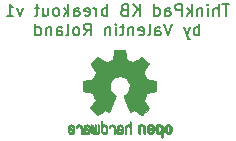
<source format=gbr>
%TF.GenerationSoftware,KiCad,Pcbnew,5.1.5*%
%TF.CreationDate,2020-05-13T22:00:42+02:00*%
%TF.ProjectId,thinkpad-keyboard,7468696e-6b70-4616-942d-6b6579626f61,rev?*%
%TF.SameCoordinates,Original*%
%TF.FileFunction,Legend,Bot*%
%TF.FilePolarity,Positive*%
%FSLAX46Y46*%
G04 Gerber Fmt 4.6, Leading zero omitted, Abs format (unit mm)*
G04 Created by KiCad (PCBNEW 5.1.5) date 2020-05-13 22:00:42*
%MOMM*%
%LPD*%
G04 APERTURE LIST*
%ADD10C,0.150000*%
%ADD11C,0.010000*%
G04 APERTURE END LIST*
D10*
X120276190Y-76227380D02*
X119704761Y-76227380D01*
X119990476Y-77227380D02*
X119990476Y-76227380D01*
X119371428Y-77227380D02*
X119371428Y-76227380D01*
X118942857Y-77227380D02*
X118942857Y-76703571D01*
X118990476Y-76608333D01*
X119085714Y-76560714D01*
X119228571Y-76560714D01*
X119323809Y-76608333D01*
X119371428Y-76655952D01*
X118466666Y-77227380D02*
X118466666Y-76560714D01*
X118466666Y-76227380D02*
X118514285Y-76275000D01*
X118466666Y-76322619D01*
X118419047Y-76275000D01*
X118466666Y-76227380D01*
X118466666Y-76322619D01*
X117990476Y-76560714D02*
X117990476Y-77227380D01*
X117990476Y-76655952D02*
X117942857Y-76608333D01*
X117847619Y-76560714D01*
X117704761Y-76560714D01*
X117609523Y-76608333D01*
X117561904Y-76703571D01*
X117561904Y-77227380D01*
X117085714Y-77227380D02*
X117085714Y-76227380D01*
X116990476Y-76846428D02*
X116704761Y-77227380D01*
X116704761Y-76560714D02*
X117085714Y-76941666D01*
X116276190Y-77227380D02*
X116276190Y-76227380D01*
X115895238Y-76227380D01*
X115800000Y-76275000D01*
X115752380Y-76322619D01*
X115704761Y-76417857D01*
X115704761Y-76560714D01*
X115752380Y-76655952D01*
X115800000Y-76703571D01*
X115895238Y-76751190D01*
X116276190Y-76751190D01*
X114847619Y-77227380D02*
X114847619Y-76703571D01*
X114895238Y-76608333D01*
X114990476Y-76560714D01*
X115180952Y-76560714D01*
X115276190Y-76608333D01*
X114847619Y-77179761D02*
X114942857Y-77227380D01*
X115180952Y-77227380D01*
X115276190Y-77179761D01*
X115323809Y-77084523D01*
X115323809Y-76989285D01*
X115276190Y-76894047D01*
X115180952Y-76846428D01*
X114942857Y-76846428D01*
X114847619Y-76798809D01*
X113942857Y-77227380D02*
X113942857Y-76227380D01*
X113942857Y-77179761D02*
X114038095Y-77227380D01*
X114228571Y-77227380D01*
X114323809Y-77179761D01*
X114371428Y-77132142D01*
X114419047Y-77036904D01*
X114419047Y-76751190D01*
X114371428Y-76655952D01*
X114323809Y-76608333D01*
X114228571Y-76560714D01*
X114038095Y-76560714D01*
X113942857Y-76608333D01*
X112704761Y-77227380D02*
X112704761Y-76227380D01*
X112133333Y-77227380D02*
X112561904Y-76655952D01*
X112133333Y-76227380D02*
X112704761Y-76798809D01*
X111371428Y-76703571D02*
X111228571Y-76751190D01*
X111180952Y-76798809D01*
X111133333Y-76894047D01*
X111133333Y-77036904D01*
X111180952Y-77132142D01*
X111228571Y-77179761D01*
X111323809Y-77227380D01*
X111704761Y-77227380D01*
X111704761Y-76227380D01*
X111371428Y-76227380D01*
X111276190Y-76275000D01*
X111228571Y-76322619D01*
X111180952Y-76417857D01*
X111180952Y-76513095D01*
X111228571Y-76608333D01*
X111276190Y-76655952D01*
X111371428Y-76703571D01*
X111704761Y-76703571D01*
X109942857Y-77227380D02*
X109942857Y-76227380D01*
X109942857Y-76608333D02*
X109847619Y-76560714D01*
X109657142Y-76560714D01*
X109561904Y-76608333D01*
X109514285Y-76655952D01*
X109466666Y-76751190D01*
X109466666Y-77036904D01*
X109514285Y-77132142D01*
X109561904Y-77179761D01*
X109657142Y-77227380D01*
X109847619Y-77227380D01*
X109942857Y-77179761D01*
X109038095Y-77227380D02*
X109038095Y-76560714D01*
X109038095Y-76751190D02*
X108990476Y-76655952D01*
X108942857Y-76608333D01*
X108847619Y-76560714D01*
X108752380Y-76560714D01*
X108038095Y-77179761D02*
X108133333Y-77227380D01*
X108323809Y-77227380D01*
X108419047Y-77179761D01*
X108466666Y-77084523D01*
X108466666Y-76703571D01*
X108419047Y-76608333D01*
X108323809Y-76560714D01*
X108133333Y-76560714D01*
X108038095Y-76608333D01*
X107990476Y-76703571D01*
X107990476Y-76798809D01*
X108466666Y-76894047D01*
X107133333Y-77227380D02*
X107133333Y-76703571D01*
X107180952Y-76608333D01*
X107276190Y-76560714D01*
X107466666Y-76560714D01*
X107561904Y-76608333D01*
X107133333Y-77179761D02*
X107228571Y-77227380D01*
X107466666Y-77227380D01*
X107561904Y-77179761D01*
X107609523Y-77084523D01*
X107609523Y-76989285D01*
X107561904Y-76894047D01*
X107466666Y-76846428D01*
X107228571Y-76846428D01*
X107133333Y-76798809D01*
X106657142Y-77227380D02*
X106657142Y-76227380D01*
X106561904Y-76846428D02*
X106276190Y-77227380D01*
X106276190Y-76560714D02*
X106657142Y-76941666D01*
X105704761Y-77227380D02*
X105800000Y-77179761D01*
X105847619Y-77132142D01*
X105895238Y-77036904D01*
X105895238Y-76751190D01*
X105847619Y-76655952D01*
X105800000Y-76608333D01*
X105704761Y-76560714D01*
X105561904Y-76560714D01*
X105466666Y-76608333D01*
X105419047Y-76655952D01*
X105371428Y-76751190D01*
X105371428Y-77036904D01*
X105419047Y-77132142D01*
X105466666Y-77179761D01*
X105561904Y-77227380D01*
X105704761Y-77227380D01*
X104514285Y-76560714D02*
X104514285Y-77227380D01*
X104942857Y-76560714D02*
X104942857Y-77084523D01*
X104895238Y-77179761D01*
X104800000Y-77227380D01*
X104657142Y-77227380D01*
X104561904Y-77179761D01*
X104514285Y-77132142D01*
X104180952Y-76560714D02*
X103800000Y-76560714D01*
X104038095Y-76227380D02*
X104038095Y-77084523D01*
X103990476Y-77179761D01*
X103895238Y-77227380D01*
X103800000Y-77227380D01*
X102800000Y-76560714D02*
X102561904Y-77227380D01*
X102323809Y-76560714D01*
X101419047Y-77227380D02*
X101990476Y-77227380D01*
X101704761Y-77227380D02*
X101704761Y-76227380D01*
X101800000Y-76370238D01*
X101895238Y-76465476D01*
X101990476Y-76513095D01*
X117728571Y-78877380D02*
X117728571Y-77877380D01*
X117728571Y-78258333D02*
X117633333Y-78210714D01*
X117442857Y-78210714D01*
X117347619Y-78258333D01*
X117300000Y-78305952D01*
X117252380Y-78401190D01*
X117252380Y-78686904D01*
X117300000Y-78782142D01*
X117347619Y-78829761D01*
X117442857Y-78877380D01*
X117633333Y-78877380D01*
X117728571Y-78829761D01*
X116919047Y-78210714D02*
X116680952Y-78877380D01*
X116442857Y-78210714D02*
X116680952Y-78877380D01*
X116776190Y-79115476D01*
X116823809Y-79163095D01*
X116919047Y-79210714D01*
X115442857Y-77877380D02*
X115109523Y-78877380D01*
X114776190Y-77877380D01*
X114014285Y-78877380D02*
X114014285Y-78353571D01*
X114061904Y-78258333D01*
X114157142Y-78210714D01*
X114347619Y-78210714D01*
X114442857Y-78258333D01*
X114014285Y-78829761D02*
X114109523Y-78877380D01*
X114347619Y-78877380D01*
X114442857Y-78829761D01*
X114490476Y-78734523D01*
X114490476Y-78639285D01*
X114442857Y-78544047D01*
X114347619Y-78496428D01*
X114109523Y-78496428D01*
X114014285Y-78448809D01*
X113395238Y-78877380D02*
X113490476Y-78829761D01*
X113538095Y-78734523D01*
X113538095Y-77877380D01*
X112633333Y-78829761D02*
X112728571Y-78877380D01*
X112919047Y-78877380D01*
X113014285Y-78829761D01*
X113061904Y-78734523D01*
X113061904Y-78353571D01*
X113014285Y-78258333D01*
X112919047Y-78210714D01*
X112728571Y-78210714D01*
X112633333Y-78258333D01*
X112585714Y-78353571D01*
X112585714Y-78448809D01*
X113061904Y-78544047D01*
X112157142Y-78210714D02*
X112157142Y-78877380D01*
X112157142Y-78305952D02*
X112109523Y-78258333D01*
X112014285Y-78210714D01*
X111871428Y-78210714D01*
X111776190Y-78258333D01*
X111728571Y-78353571D01*
X111728571Y-78877380D01*
X111395238Y-78210714D02*
X111014285Y-78210714D01*
X111252380Y-77877380D02*
X111252380Y-78734523D01*
X111204761Y-78829761D01*
X111109523Y-78877380D01*
X111014285Y-78877380D01*
X110680952Y-78877380D02*
X110680952Y-78210714D01*
X110680952Y-77877380D02*
X110728571Y-77925000D01*
X110680952Y-77972619D01*
X110633333Y-77925000D01*
X110680952Y-77877380D01*
X110680952Y-77972619D01*
X110204761Y-78210714D02*
X110204761Y-78877380D01*
X110204761Y-78305952D02*
X110157142Y-78258333D01*
X110061904Y-78210714D01*
X109919047Y-78210714D01*
X109823809Y-78258333D01*
X109776190Y-78353571D01*
X109776190Y-78877380D01*
X107966666Y-78877380D02*
X108300000Y-78401190D01*
X108538095Y-78877380D02*
X108538095Y-77877380D01*
X108157142Y-77877380D01*
X108061904Y-77925000D01*
X108014285Y-77972619D01*
X107966666Y-78067857D01*
X107966666Y-78210714D01*
X108014285Y-78305952D01*
X108061904Y-78353571D01*
X108157142Y-78401190D01*
X108538095Y-78401190D01*
X107395238Y-78877380D02*
X107490476Y-78829761D01*
X107538095Y-78782142D01*
X107585714Y-78686904D01*
X107585714Y-78401190D01*
X107538095Y-78305952D01*
X107490476Y-78258333D01*
X107395238Y-78210714D01*
X107252380Y-78210714D01*
X107157142Y-78258333D01*
X107109523Y-78305952D01*
X107061904Y-78401190D01*
X107061904Y-78686904D01*
X107109523Y-78782142D01*
X107157142Y-78829761D01*
X107252380Y-78877380D01*
X107395238Y-78877380D01*
X106490476Y-78877380D02*
X106585714Y-78829761D01*
X106633333Y-78734523D01*
X106633333Y-77877380D01*
X105680952Y-78877380D02*
X105680952Y-78353571D01*
X105728571Y-78258333D01*
X105823809Y-78210714D01*
X106014285Y-78210714D01*
X106109523Y-78258333D01*
X105680952Y-78829761D02*
X105776190Y-78877380D01*
X106014285Y-78877380D01*
X106109523Y-78829761D01*
X106157142Y-78734523D01*
X106157142Y-78639285D01*
X106109523Y-78544047D01*
X106014285Y-78496428D01*
X105776190Y-78496428D01*
X105680952Y-78448809D01*
X105204761Y-78210714D02*
X105204761Y-78877380D01*
X105204761Y-78305952D02*
X105157142Y-78258333D01*
X105061904Y-78210714D01*
X104919047Y-78210714D01*
X104823809Y-78258333D01*
X104776190Y-78353571D01*
X104776190Y-78877380D01*
X103871428Y-78877380D02*
X103871428Y-77877380D01*
X103871428Y-78829761D02*
X103966666Y-78877380D01*
X104157142Y-78877380D01*
X104252380Y-78829761D01*
X104300000Y-78782142D01*
X104347619Y-78686904D01*
X104347619Y-78401190D01*
X104300000Y-78305952D01*
X104252380Y-78258333D01*
X104157142Y-78210714D01*
X103966666Y-78210714D01*
X103871428Y-78258333D01*
D11*
G36*
X110860122Y-80087776D02*
G01*
X110754388Y-80088355D01*
X110677868Y-80089922D01*
X110625628Y-80092972D01*
X110592737Y-80097996D01*
X110574263Y-80105489D01*
X110565273Y-80115944D01*
X110560837Y-80129853D01*
X110560406Y-80131654D01*
X110553667Y-80164145D01*
X110541192Y-80228252D01*
X110524281Y-80317151D01*
X110504229Y-80424019D01*
X110482336Y-80542033D01*
X110481571Y-80546178D01*
X110459641Y-80661831D01*
X110439123Y-80764014D01*
X110421341Y-80846598D01*
X110407619Y-80903456D01*
X110399282Y-80928458D01*
X110398884Y-80928901D01*
X110374323Y-80941110D01*
X110323685Y-80961456D01*
X110257905Y-80985545D01*
X110257539Y-80985674D01*
X110174683Y-81016818D01*
X110077000Y-81056491D01*
X109984923Y-81096381D01*
X109980566Y-81098353D01*
X109830593Y-81166420D01*
X109498502Y-80939639D01*
X109396626Y-80870504D01*
X109304343Y-80808697D01*
X109226997Y-80757733D01*
X109169936Y-80721127D01*
X109138505Y-80702394D01*
X109135521Y-80701004D01*
X109112679Y-80707190D01*
X109070018Y-80737035D01*
X109005872Y-80791947D01*
X108918579Y-80873334D01*
X108829465Y-80959922D01*
X108743559Y-81045247D01*
X108666673Y-81123108D01*
X108603436Y-81188697D01*
X108558477Y-81237205D01*
X108536424Y-81263825D01*
X108535604Y-81265195D01*
X108533166Y-81283463D01*
X108542350Y-81313295D01*
X108565426Y-81358721D01*
X108604663Y-81423770D01*
X108662330Y-81512470D01*
X108739205Y-81626657D01*
X108807430Y-81727162D01*
X108868418Y-81817303D01*
X108918644Y-81891849D01*
X108954584Y-81945565D01*
X108972713Y-81973218D01*
X108973854Y-81975095D01*
X108971641Y-82001590D01*
X108954862Y-82053086D01*
X108926858Y-82119851D01*
X108916878Y-82141172D01*
X108873328Y-82236159D01*
X108826866Y-82343937D01*
X108789123Y-82437192D01*
X108761927Y-82506406D01*
X108740325Y-82559006D01*
X108727842Y-82586497D01*
X108726291Y-82588616D01*
X108703332Y-82592124D01*
X108649214Y-82601738D01*
X108571132Y-82616089D01*
X108476281Y-82633807D01*
X108371857Y-82653525D01*
X108265056Y-82673874D01*
X108163074Y-82693486D01*
X108073106Y-82710991D01*
X108002347Y-82725022D01*
X107957994Y-82734209D01*
X107947115Y-82736807D01*
X107935878Y-82743218D01*
X107927395Y-82757697D01*
X107921286Y-82785133D01*
X107917168Y-82830411D01*
X107914659Y-82898420D01*
X107913379Y-82994047D01*
X107912946Y-83122180D01*
X107912923Y-83174701D01*
X107912923Y-83601845D01*
X108015500Y-83622091D01*
X108072569Y-83633070D01*
X108157731Y-83649095D01*
X108260628Y-83668233D01*
X108370904Y-83688551D01*
X108401385Y-83694132D01*
X108503145Y-83713917D01*
X108591795Y-83733373D01*
X108659892Y-83750697D01*
X108699996Y-83764088D01*
X108706677Y-83768079D01*
X108723081Y-83796342D01*
X108746601Y-83851109D01*
X108772684Y-83921588D01*
X108777858Y-83936769D01*
X108812044Y-84030896D01*
X108854477Y-84137101D01*
X108896003Y-84232473D01*
X108896208Y-84232916D01*
X108965360Y-84382525D01*
X108510488Y-85051617D01*
X108802500Y-85344116D01*
X108890820Y-85431170D01*
X108971375Y-85507909D01*
X109039640Y-85570237D01*
X109091092Y-85614056D01*
X109121206Y-85635270D01*
X109125526Y-85636616D01*
X109150889Y-85626016D01*
X109202642Y-85596547D01*
X109275132Y-85551705D01*
X109362706Y-85494984D01*
X109457388Y-85431462D01*
X109553484Y-85366668D01*
X109639163Y-85310287D01*
X109708984Y-85265788D01*
X109757506Y-85236639D01*
X109779218Y-85226308D01*
X109805707Y-85235050D01*
X109855938Y-85258087D01*
X109919549Y-85290631D01*
X109926292Y-85294249D01*
X110011954Y-85337210D01*
X110070694Y-85358279D01*
X110107228Y-85358503D01*
X110126269Y-85338928D01*
X110126380Y-85338654D01*
X110135898Y-85315472D01*
X110158597Y-85260441D01*
X110192718Y-85177822D01*
X110236500Y-85071872D01*
X110288184Y-84946852D01*
X110346008Y-84807020D01*
X110402009Y-84671637D01*
X110463553Y-84522234D01*
X110520061Y-84383832D01*
X110569839Y-84260673D01*
X110611194Y-84157002D01*
X110642432Y-84077059D01*
X110661859Y-84025088D01*
X110667846Y-84005692D01*
X110652832Y-83983443D01*
X110613561Y-83947982D01*
X110561193Y-83908887D01*
X110412059Y-83785245D01*
X110295489Y-83643522D01*
X110212882Y-83486704D01*
X110165634Y-83317775D01*
X110155143Y-83139722D01*
X110162769Y-83057539D01*
X110204318Y-82887031D01*
X110275877Y-82736459D01*
X110373005Y-82607309D01*
X110491266Y-82501064D01*
X110626220Y-82419210D01*
X110773429Y-82363232D01*
X110928456Y-82334615D01*
X111086861Y-82334844D01*
X111244206Y-82365405D01*
X111396054Y-82427782D01*
X111537965Y-82523460D01*
X111597197Y-82577572D01*
X111710797Y-82716520D01*
X111789894Y-82868361D01*
X111835014Y-83028667D01*
X111846684Y-83193012D01*
X111825431Y-83356971D01*
X111771780Y-83516118D01*
X111686260Y-83666025D01*
X111569395Y-83802267D01*
X111438807Y-83908887D01*
X111384412Y-83949642D01*
X111345986Y-83984718D01*
X111332154Y-84005726D01*
X111339397Y-84028635D01*
X111359995Y-84083365D01*
X111392254Y-84165672D01*
X111434479Y-84271315D01*
X111484977Y-84396050D01*
X111542052Y-84535636D01*
X111598146Y-84671670D01*
X111660033Y-84821201D01*
X111717356Y-84959767D01*
X111768356Y-85083107D01*
X111811273Y-85186964D01*
X111844347Y-85267080D01*
X111865819Y-85319195D01*
X111873775Y-85338654D01*
X111892571Y-85358423D01*
X111928926Y-85358365D01*
X111987521Y-85337441D01*
X112073032Y-85294613D01*
X112073708Y-85294249D01*
X112138093Y-85261012D01*
X112190139Y-85236802D01*
X112219488Y-85226404D01*
X112220783Y-85226308D01*
X112242876Y-85236855D01*
X112291652Y-85266184D01*
X112361669Y-85310827D01*
X112447486Y-85367314D01*
X112542612Y-85431462D01*
X112639460Y-85496411D01*
X112726747Y-85552896D01*
X112798819Y-85597421D01*
X112850023Y-85626490D01*
X112874474Y-85636616D01*
X112896990Y-85623307D01*
X112942258Y-85586112D01*
X113005756Y-85529128D01*
X113082961Y-85456449D01*
X113169349Y-85372171D01*
X113197601Y-85344016D01*
X113489713Y-85051416D01*
X113267369Y-84725104D01*
X113199798Y-84624897D01*
X113140493Y-84534963D01*
X113092783Y-84460510D01*
X113059993Y-84406751D01*
X113045452Y-84378894D01*
X113045026Y-84376912D01*
X113052692Y-84350655D01*
X113073311Y-84297837D01*
X113103315Y-84227310D01*
X113124375Y-84180093D01*
X113163752Y-84089694D01*
X113200835Y-83998366D01*
X113229585Y-83921200D01*
X113237395Y-83897692D01*
X113259583Y-83834916D01*
X113281273Y-83786411D01*
X113293187Y-83768079D01*
X113319477Y-83756859D01*
X113376858Y-83740954D01*
X113457882Y-83722167D01*
X113555105Y-83702299D01*
X113598615Y-83694132D01*
X113709104Y-83673829D01*
X113815084Y-83654170D01*
X113906199Y-83637088D01*
X113972092Y-83624518D01*
X113984500Y-83622091D01*
X114087077Y-83601845D01*
X114087077Y-83174701D01*
X114086847Y-83034246D01*
X114085901Y-82927979D01*
X114083859Y-82851013D01*
X114080338Y-82798460D01*
X114074957Y-82765433D01*
X114067334Y-82747045D01*
X114057088Y-82738408D01*
X114052885Y-82736807D01*
X114027530Y-82731127D01*
X113971516Y-82719795D01*
X113892036Y-82704179D01*
X113796288Y-82685647D01*
X113691467Y-82665569D01*
X113584768Y-82645312D01*
X113483387Y-82626246D01*
X113394521Y-82609739D01*
X113325363Y-82597159D01*
X113283111Y-82589875D01*
X113273710Y-82588616D01*
X113265193Y-82571763D01*
X113246340Y-82526870D01*
X113220676Y-82462430D01*
X113210877Y-82437192D01*
X113171352Y-82339686D01*
X113124808Y-82231959D01*
X113083123Y-82141172D01*
X113052450Y-82071753D01*
X113032044Y-82014710D01*
X113025232Y-81979777D01*
X113026318Y-81975095D01*
X113040715Y-81952991D01*
X113073588Y-81903831D01*
X113121410Y-81832848D01*
X113180652Y-81745278D01*
X113247785Y-81646357D01*
X113261059Y-81626830D01*
X113338954Y-81511140D01*
X113396213Y-81423044D01*
X113435119Y-81358486D01*
X113457956Y-81313411D01*
X113467006Y-81283763D01*
X113464552Y-81265485D01*
X113464489Y-81265369D01*
X113445173Y-81241361D01*
X113402449Y-81194947D01*
X113340949Y-81130937D01*
X113265302Y-81054145D01*
X113180139Y-80969382D01*
X113170535Y-80959922D01*
X113063210Y-80855989D01*
X112980385Y-80779675D01*
X112920395Y-80729571D01*
X112881577Y-80704270D01*
X112864480Y-80701004D01*
X112839527Y-80715250D01*
X112787745Y-80748156D01*
X112714480Y-80796208D01*
X112625080Y-80855890D01*
X112524889Y-80923688D01*
X112501499Y-80939639D01*
X112169407Y-81166420D01*
X112019435Y-81098353D01*
X111928230Y-81058685D01*
X111830331Y-81018791D01*
X111746169Y-80986983D01*
X111742462Y-80985674D01*
X111676631Y-80961576D01*
X111625884Y-80941200D01*
X111601158Y-80928936D01*
X111601116Y-80928901D01*
X111593271Y-80906734D01*
X111579934Y-80852217D01*
X111562430Y-80771480D01*
X111542083Y-80670650D01*
X111520218Y-80555856D01*
X111518429Y-80546178D01*
X111496496Y-80427904D01*
X111476360Y-80320542D01*
X111459320Y-80230917D01*
X111446672Y-80165851D01*
X111439716Y-80132168D01*
X111439594Y-80131654D01*
X111435361Y-80117325D01*
X111427129Y-80106507D01*
X111409967Y-80098706D01*
X111378942Y-80093429D01*
X111329122Y-80090182D01*
X111255576Y-80088472D01*
X111153371Y-80087807D01*
X111017575Y-80087693D01*
X111000000Y-80087692D01*
X110860122Y-80087776D01*
G37*
X110860122Y-80087776D02*
X110754388Y-80088355D01*
X110677868Y-80089922D01*
X110625628Y-80092972D01*
X110592737Y-80097996D01*
X110574263Y-80105489D01*
X110565273Y-80115944D01*
X110560837Y-80129853D01*
X110560406Y-80131654D01*
X110553667Y-80164145D01*
X110541192Y-80228252D01*
X110524281Y-80317151D01*
X110504229Y-80424019D01*
X110482336Y-80542033D01*
X110481571Y-80546178D01*
X110459641Y-80661831D01*
X110439123Y-80764014D01*
X110421341Y-80846598D01*
X110407619Y-80903456D01*
X110399282Y-80928458D01*
X110398884Y-80928901D01*
X110374323Y-80941110D01*
X110323685Y-80961456D01*
X110257905Y-80985545D01*
X110257539Y-80985674D01*
X110174683Y-81016818D01*
X110077000Y-81056491D01*
X109984923Y-81096381D01*
X109980566Y-81098353D01*
X109830593Y-81166420D01*
X109498502Y-80939639D01*
X109396626Y-80870504D01*
X109304343Y-80808697D01*
X109226997Y-80757733D01*
X109169936Y-80721127D01*
X109138505Y-80702394D01*
X109135521Y-80701004D01*
X109112679Y-80707190D01*
X109070018Y-80737035D01*
X109005872Y-80791947D01*
X108918579Y-80873334D01*
X108829465Y-80959922D01*
X108743559Y-81045247D01*
X108666673Y-81123108D01*
X108603436Y-81188697D01*
X108558477Y-81237205D01*
X108536424Y-81263825D01*
X108535604Y-81265195D01*
X108533166Y-81283463D01*
X108542350Y-81313295D01*
X108565426Y-81358721D01*
X108604663Y-81423770D01*
X108662330Y-81512470D01*
X108739205Y-81626657D01*
X108807430Y-81727162D01*
X108868418Y-81817303D01*
X108918644Y-81891849D01*
X108954584Y-81945565D01*
X108972713Y-81973218D01*
X108973854Y-81975095D01*
X108971641Y-82001590D01*
X108954862Y-82053086D01*
X108926858Y-82119851D01*
X108916878Y-82141172D01*
X108873328Y-82236159D01*
X108826866Y-82343937D01*
X108789123Y-82437192D01*
X108761927Y-82506406D01*
X108740325Y-82559006D01*
X108727842Y-82586497D01*
X108726291Y-82588616D01*
X108703332Y-82592124D01*
X108649214Y-82601738D01*
X108571132Y-82616089D01*
X108476281Y-82633807D01*
X108371857Y-82653525D01*
X108265056Y-82673874D01*
X108163074Y-82693486D01*
X108073106Y-82710991D01*
X108002347Y-82725022D01*
X107957994Y-82734209D01*
X107947115Y-82736807D01*
X107935878Y-82743218D01*
X107927395Y-82757697D01*
X107921286Y-82785133D01*
X107917168Y-82830411D01*
X107914659Y-82898420D01*
X107913379Y-82994047D01*
X107912946Y-83122180D01*
X107912923Y-83174701D01*
X107912923Y-83601845D01*
X108015500Y-83622091D01*
X108072569Y-83633070D01*
X108157731Y-83649095D01*
X108260628Y-83668233D01*
X108370904Y-83688551D01*
X108401385Y-83694132D01*
X108503145Y-83713917D01*
X108591795Y-83733373D01*
X108659892Y-83750697D01*
X108699996Y-83764088D01*
X108706677Y-83768079D01*
X108723081Y-83796342D01*
X108746601Y-83851109D01*
X108772684Y-83921588D01*
X108777858Y-83936769D01*
X108812044Y-84030896D01*
X108854477Y-84137101D01*
X108896003Y-84232473D01*
X108896208Y-84232916D01*
X108965360Y-84382525D01*
X108510488Y-85051617D01*
X108802500Y-85344116D01*
X108890820Y-85431170D01*
X108971375Y-85507909D01*
X109039640Y-85570237D01*
X109091092Y-85614056D01*
X109121206Y-85635270D01*
X109125526Y-85636616D01*
X109150889Y-85626016D01*
X109202642Y-85596547D01*
X109275132Y-85551705D01*
X109362706Y-85494984D01*
X109457388Y-85431462D01*
X109553484Y-85366668D01*
X109639163Y-85310287D01*
X109708984Y-85265788D01*
X109757506Y-85236639D01*
X109779218Y-85226308D01*
X109805707Y-85235050D01*
X109855938Y-85258087D01*
X109919549Y-85290631D01*
X109926292Y-85294249D01*
X110011954Y-85337210D01*
X110070694Y-85358279D01*
X110107228Y-85358503D01*
X110126269Y-85338928D01*
X110126380Y-85338654D01*
X110135898Y-85315472D01*
X110158597Y-85260441D01*
X110192718Y-85177822D01*
X110236500Y-85071872D01*
X110288184Y-84946852D01*
X110346008Y-84807020D01*
X110402009Y-84671637D01*
X110463553Y-84522234D01*
X110520061Y-84383832D01*
X110569839Y-84260673D01*
X110611194Y-84157002D01*
X110642432Y-84077059D01*
X110661859Y-84025088D01*
X110667846Y-84005692D01*
X110652832Y-83983443D01*
X110613561Y-83947982D01*
X110561193Y-83908887D01*
X110412059Y-83785245D01*
X110295489Y-83643522D01*
X110212882Y-83486704D01*
X110165634Y-83317775D01*
X110155143Y-83139722D01*
X110162769Y-83057539D01*
X110204318Y-82887031D01*
X110275877Y-82736459D01*
X110373005Y-82607309D01*
X110491266Y-82501064D01*
X110626220Y-82419210D01*
X110773429Y-82363232D01*
X110928456Y-82334615D01*
X111086861Y-82334844D01*
X111244206Y-82365405D01*
X111396054Y-82427782D01*
X111537965Y-82523460D01*
X111597197Y-82577572D01*
X111710797Y-82716520D01*
X111789894Y-82868361D01*
X111835014Y-83028667D01*
X111846684Y-83193012D01*
X111825431Y-83356971D01*
X111771780Y-83516118D01*
X111686260Y-83666025D01*
X111569395Y-83802267D01*
X111438807Y-83908887D01*
X111384412Y-83949642D01*
X111345986Y-83984718D01*
X111332154Y-84005726D01*
X111339397Y-84028635D01*
X111359995Y-84083365D01*
X111392254Y-84165672D01*
X111434479Y-84271315D01*
X111484977Y-84396050D01*
X111542052Y-84535636D01*
X111598146Y-84671670D01*
X111660033Y-84821201D01*
X111717356Y-84959767D01*
X111768356Y-85083107D01*
X111811273Y-85186964D01*
X111844347Y-85267080D01*
X111865819Y-85319195D01*
X111873775Y-85338654D01*
X111892571Y-85358423D01*
X111928926Y-85358365D01*
X111987521Y-85337441D01*
X112073032Y-85294613D01*
X112073708Y-85294249D01*
X112138093Y-85261012D01*
X112190139Y-85236802D01*
X112219488Y-85226404D01*
X112220783Y-85226308D01*
X112242876Y-85236855D01*
X112291652Y-85266184D01*
X112361669Y-85310827D01*
X112447486Y-85367314D01*
X112542612Y-85431462D01*
X112639460Y-85496411D01*
X112726747Y-85552896D01*
X112798819Y-85597421D01*
X112850023Y-85626490D01*
X112874474Y-85636616D01*
X112896990Y-85623307D01*
X112942258Y-85586112D01*
X113005756Y-85529128D01*
X113082961Y-85456449D01*
X113169349Y-85372171D01*
X113197601Y-85344016D01*
X113489713Y-85051416D01*
X113267369Y-84725104D01*
X113199798Y-84624897D01*
X113140493Y-84534963D01*
X113092783Y-84460510D01*
X113059993Y-84406751D01*
X113045452Y-84378894D01*
X113045026Y-84376912D01*
X113052692Y-84350655D01*
X113073311Y-84297837D01*
X113103315Y-84227310D01*
X113124375Y-84180093D01*
X113163752Y-84089694D01*
X113200835Y-83998366D01*
X113229585Y-83921200D01*
X113237395Y-83897692D01*
X113259583Y-83834916D01*
X113281273Y-83786411D01*
X113293187Y-83768079D01*
X113319477Y-83756859D01*
X113376858Y-83740954D01*
X113457882Y-83722167D01*
X113555105Y-83702299D01*
X113598615Y-83694132D01*
X113709104Y-83673829D01*
X113815084Y-83654170D01*
X113906199Y-83637088D01*
X113972092Y-83624518D01*
X113984500Y-83622091D01*
X114087077Y-83601845D01*
X114087077Y-83174701D01*
X114086847Y-83034246D01*
X114085901Y-82927979D01*
X114083859Y-82851013D01*
X114080338Y-82798460D01*
X114074957Y-82765433D01*
X114067334Y-82747045D01*
X114057088Y-82738408D01*
X114052885Y-82736807D01*
X114027530Y-82731127D01*
X113971516Y-82719795D01*
X113892036Y-82704179D01*
X113796288Y-82685647D01*
X113691467Y-82665569D01*
X113584768Y-82645312D01*
X113483387Y-82626246D01*
X113394521Y-82609739D01*
X113325363Y-82597159D01*
X113283111Y-82589875D01*
X113273710Y-82588616D01*
X113265193Y-82571763D01*
X113246340Y-82526870D01*
X113220676Y-82462430D01*
X113210877Y-82437192D01*
X113171352Y-82339686D01*
X113124808Y-82231959D01*
X113083123Y-82141172D01*
X113052450Y-82071753D01*
X113032044Y-82014710D01*
X113025232Y-81979777D01*
X113026318Y-81975095D01*
X113040715Y-81952991D01*
X113073588Y-81903831D01*
X113121410Y-81832848D01*
X113180652Y-81745278D01*
X113247785Y-81646357D01*
X113261059Y-81626830D01*
X113338954Y-81511140D01*
X113396213Y-81423044D01*
X113435119Y-81358486D01*
X113457956Y-81313411D01*
X113467006Y-81283763D01*
X113464552Y-81265485D01*
X113464489Y-81265369D01*
X113445173Y-81241361D01*
X113402449Y-81194947D01*
X113340949Y-81130937D01*
X113265302Y-81054145D01*
X113180139Y-80969382D01*
X113170535Y-80959922D01*
X113063210Y-80855989D01*
X112980385Y-80779675D01*
X112920395Y-80729571D01*
X112881577Y-80704270D01*
X112864480Y-80701004D01*
X112839527Y-80715250D01*
X112787745Y-80748156D01*
X112714480Y-80796208D01*
X112625080Y-80855890D01*
X112524889Y-80923688D01*
X112501499Y-80939639D01*
X112169407Y-81166420D01*
X112019435Y-81098353D01*
X111928230Y-81058685D01*
X111830331Y-81018791D01*
X111746169Y-80986983D01*
X111742462Y-80985674D01*
X111676631Y-80961576D01*
X111625884Y-80941200D01*
X111601158Y-80928936D01*
X111601116Y-80928901D01*
X111593271Y-80906734D01*
X111579934Y-80852217D01*
X111562430Y-80771480D01*
X111542083Y-80670650D01*
X111520218Y-80555856D01*
X111518429Y-80546178D01*
X111496496Y-80427904D01*
X111476360Y-80320542D01*
X111459320Y-80230917D01*
X111446672Y-80165851D01*
X111439716Y-80132168D01*
X111439594Y-80131654D01*
X111435361Y-80117325D01*
X111427129Y-80106507D01*
X111409967Y-80098706D01*
X111378942Y-80093429D01*
X111329122Y-80090182D01*
X111255576Y-80088472D01*
X111153371Y-80087807D01*
X111017575Y-80087693D01*
X111000000Y-80087692D01*
X110860122Y-80087776D01*
G36*
X106754776Y-86447838D02*
G01*
X106677472Y-86498361D01*
X106640186Y-86543590D01*
X106610647Y-86625663D01*
X106608301Y-86690607D01*
X106613615Y-86777445D01*
X106813885Y-86865103D01*
X106911261Y-86909887D01*
X106974887Y-86945913D01*
X107007971Y-86977117D01*
X107013720Y-87007436D01*
X106995342Y-87040805D01*
X106975077Y-87062923D01*
X106916111Y-87098393D01*
X106851976Y-87100879D01*
X106793074Y-87073235D01*
X106749803Y-87018320D01*
X106742064Y-86998928D01*
X106704994Y-86938364D01*
X106662346Y-86912552D01*
X106603846Y-86890471D01*
X106603846Y-86974184D01*
X106609018Y-87031150D01*
X106629277Y-87079189D01*
X106671738Y-87134346D01*
X106678049Y-87141514D01*
X106725280Y-87190585D01*
X106765879Y-87216920D01*
X106816672Y-87229035D01*
X106858780Y-87233003D01*
X106934098Y-87233991D01*
X106987714Y-87221466D01*
X107021162Y-87202869D01*
X107073732Y-87161975D01*
X107110121Y-87117748D01*
X107133150Y-87062126D01*
X107145641Y-86987047D01*
X107150413Y-86884449D01*
X107150794Y-86832376D01*
X107149499Y-86769948D01*
X107031529Y-86769948D01*
X107030161Y-86803438D01*
X107026751Y-86808923D01*
X107004247Y-86801472D01*
X106955818Y-86781753D01*
X106891092Y-86753718D01*
X106877557Y-86747692D01*
X106795756Y-86706096D01*
X106750688Y-86669538D01*
X106740783Y-86635296D01*
X106764474Y-86600648D01*
X106784040Y-86585339D01*
X106854640Y-86554721D01*
X106920720Y-86559780D01*
X106976041Y-86597151D01*
X107014364Y-86663473D01*
X107026651Y-86716116D01*
X107031529Y-86769948D01*
X107149499Y-86769948D01*
X107148270Y-86710720D01*
X107138968Y-86620710D01*
X107120540Y-86555167D01*
X107090640Y-86506912D01*
X107046920Y-86468767D01*
X107027859Y-86456440D01*
X106941274Y-86424336D01*
X106846478Y-86422316D01*
X106754776Y-86447838D01*
G37*
X106754776Y-86447838D02*
X106677472Y-86498361D01*
X106640186Y-86543590D01*
X106610647Y-86625663D01*
X106608301Y-86690607D01*
X106613615Y-86777445D01*
X106813885Y-86865103D01*
X106911261Y-86909887D01*
X106974887Y-86945913D01*
X107007971Y-86977117D01*
X107013720Y-87007436D01*
X106995342Y-87040805D01*
X106975077Y-87062923D01*
X106916111Y-87098393D01*
X106851976Y-87100879D01*
X106793074Y-87073235D01*
X106749803Y-87018320D01*
X106742064Y-86998928D01*
X106704994Y-86938364D01*
X106662346Y-86912552D01*
X106603846Y-86890471D01*
X106603846Y-86974184D01*
X106609018Y-87031150D01*
X106629277Y-87079189D01*
X106671738Y-87134346D01*
X106678049Y-87141514D01*
X106725280Y-87190585D01*
X106765879Y-87216920D01*
X106816672Y-87229035D01*
X106858780Y-87233003D01*
X106934098Y-87233991D01*
X106987714Y-87221466D01*
X107021162Y-87202869D01*
X107073732Y-87161975D01*
X107110121Y-87117748D01*
X107133150Y-87062126D01*
X107145641Y-86987047D01*
X107150413Y-86884449D01*
X107150794Y-86832376D01*
X107149499Y-86769948D01*
X107031529Y-86769948D01*
X107030161Y-86803438D01*
X107026751Y-86808923D01*
X107004247Y-86801472D01*
X106955818Y-86781753D01*
X106891092Y-86753718D01*
X106877557Y-86747692D01*
X106795756Y-86706096D01*
X106750688Y-86669538D01*
X106740783Y-86635296D01*
X106764474Y-86600648D01*
X106784040Y-86585339D01*
X106854640Y-86554721D01*
X106920720Y-86559780D01*
X106976041Y-86597151D01*
X107014364Y-86663473D01*
X107026651Y-86716116D01*
X107031529Y-86769948D01*
X107149499Y-86769948D01*
X107148270Y-86710720D01*
X107138968Y-86620710D01*
X107120540Y-86555167D01*
X107090640Y-86506912D01*
X107046920Y-86468767D01*
X107027859Y-86456440D01*
X106941274Y-86424336D01*
X106846478Y-86422316D01*
X106754776Y-86447838D01*
G36*
X107429193Y-86436782D02*
G01*
X107405839Y-86446988D01*
X107350098Y-86491134D01*
X107302431Y-86554967D01*
X107272952Y-86623087D01*
X107268154Y-86656670D01*
X107284240Y-86703556D01*
X107319525Y-86728365D01*
X107357356Y-86743387D01*
X107374679Y-86746155D01*
X107383114Y-86726066D01*
X107399770Y-86682351D01*
X107407077Y-86662598D01*
X107448052Y-86594271D01*
X107507378Y-86560191D01*
X107583448Y-86561239D01*
X107589082Y-86562581D01*
X107629695Y-86581836D01*
X107659552Y-86619375D01*
X107679945Y-86679809D01*
X107692164Y-86767751D01*
X107697500Y-86887813D01*
X107698000Y-86951698D01*
X107698248Y-87052403D01*
X107699874Y-87121054D01*
X107704199Y-87164673D01*
X107712546Y-87190282D01*
X107726235Y-87204903D01*
X107746589Y-87215558D01*
X107747766Y-87216095D01*
X107786962Y-87232667D01*
X107806381Y-87238769D01*
X107809365Y-87220319D01*
X107811919Y-87169323D01*
X107813860Y-87092308D01*
X107815003Y-86995805D01*
X107815231Y-86925184D01*
X107814068Y-86788525D01*
X107809521Y-86684851D01*
X107800001Y-86608108D01*
X107783919Y-86552246D01*
X107759687Y-86511212D01*
X107725714Y-86478954D01*
X107692167Y-86456440D01*
X107611501Y-86426476D01*
X107517619Y-86419718D01*
X107429193Y-86436782D01*
G37*
X107429193Y-86436782D02*
X107405839Y-86446988D01*
X107350098Y-86491134D01*
X107302431Y-86554967D01*
X107272952Y-86623087D01*
X107268154Y-86656670D01*
X107284240Y-86703556D01*
X107319525Y-86728365D01*
X107357356Y-86743387D01*
X107374679Y-86746155D01*
X107383114Y-86726066D01*
X107399770Y-86682351D01*
X107407077Y-86662598D01*
X107448052Y-86594271D01*
X107507378Y-86560191D01*
X107583448Y-86561239D01*
X107589082Y-86562581D01*
X107629695Y-86581836D01*
X107659552Y-86619375D01*
X107679945Y-86679809D01*
X107692164Y-86767751D01*
X107697500Y-86887813D01*
X107698000Y-86951698D01*
X107698248Y-87052403D01*
X107699874Y-87121054D01*
X107704199Y-87164673D01*
X107712546Y-87190282D01*
X107726235Y-87204903D01*
X107746589Y-87215558D01*
X107747766Y-87216095D01*
X107786962Y-87232667D01*
X107806381Y-87238769D01*
X107809365Y-87220319D01*
X107811919Y-87169323D01*
X107813860Y-87092308D01*
X107815003Y-86995805D01*
X107815231Y-86925184D01*
X107814068Y-86788525D01*
X107809521Y-86684851D01*
X107800001Y-86608108D01*
X107783919Y-86552246D01*
X107759687Y-86511212D01*
X107725714Y-86478954D01*
X107692167Y-86456440D01*
X107611501Y-86426476D01*
X107517619Y-86419718D01*
X107429193Y-86436782D01*
G36*
X108112667Y-86433528D02*
G01*
X108056410Y-86459117D01*
X108012253Y-86490124D01*
X107979899Y-86524795D01*
X107957562Y-86569520D01*
X107943454Y-86630692D01*
X107935789Y-86714701D01*
X107932780Y-86827940D01*
X107932462Y-86902509D01*
X107932462Y-87193420D01*
X107982227Y-87216095D01*
X108021424Y-87232667D01*
X108040843Y-87238769D01*
X108044558Y-87220610D01*
X108047505Y-87171648D01*
X108049309Y-87100153D01*
X108049692Y-87043385D01*
X108051339Y-86961371D01*
X108055778Y-86896309D01*
X108062260Y-86856467D01*
X108067410Y-86848000D01*
X108102023Y-86856646D01*
X108156360Y-86878823D01*
X108219278Y-86908886D01*
X108279632Y-86941192D01*
X108326279Y-86970098D01*
X108348074Y-86989961D01*
X108348161Y-86990175D01*
X108346286Y-87026935D01*
X108329475Y-87062026D01*
X108299961Y-87090528D01*
X108256884Y-87100061D01*
X108220068Y-87098950D01*
X108167926Y-87098133D01*
X108140556Y-87110349D01*
X108124118Y-87142624D01*
X108122045Y-87148710D01*
X108114919Y-87194739D01*
X108133976Y-87222687D01*
X108183647Y-87236007D01*
X108237303Y-87238470D01*
X108333858Y-87220210D01*
X108383841Y-87194131D01*
X108445571Y-87132868D01*
X108478310Y-87057670D01*
X108481247Y-86978211D01*
X108453576Y-86904167D01*
X108411953Y-86857769D01*
X108370396Y-86831793D01*
X108305078Y-86798907D01*
X108228962Y-86765557D01*
X108216274Y-86760461D01*
X108132667Y-86723565D01*
X108084470Y-86691046D01*
X108068970Y-86658718D01*
X108083450Y-86622394D01*
X108108308Y-86594000D01*
X108167061Y-86559039D01*
X108231707Y-86556417D01*
X108290992Y-86583358D01*
X108333661Y-86637088D01*
X108339261Y-86650950D01*
X108371867Y-86701936D01*
X108419470Y-86739787D01*
X108479539Y-86770850D01*
X108479539Y-86682768D01*
X108476003Y-86628951D01*
X108460844Y-86586534D01*
X108427232Y-86541279D01*
X108394965Y-86506420D01*
X108344791Y-86457062D01*
X108305807Y-86430547D01*
X108263936Y-86419911D01*
X108216540Y-86418154D01*
X108112667Y-86433528D01*
G37*
X108112667Y-86433528D02*
X108056410Y-86459117D01*
X108012253Y-86490124D01*
X107979899Y-86524795D01*
X107957562Y-86569520D01*
X107943454Y-86630692D01*
X107935789Y-86714701D01*
X107932780Y-86827940D01*
X107932462Y-86902509D01*
X107932462Y-87193420D01*
X107982227Y-87216095D01*
X108021424Y-87232667D01*
X108040843Y-87238769D01*
X108044558Y-87220610D01*
X108047505Y-87171648D01*
X108049309Y-87100153D01*
X108049692Y-87043385D01*
X108051339Y-86961371D01*
X108055778Y-86896309D01*
X108062260Y-86856467D01*
X108067410Y-86848000D01*
X108102023Y-86856646D01*
X108156360Y-86878823D01*
X108219278Y-86908886D01*
X108279632Y-86941192D01*
X108326279Y-86970098D01*
X108348074Y-86989961D01*
X108348161Y-86990175D01*
X108346286Y-87026935D01*
X108329475Y-87062026D01*
X108299961Y-87090528D01*
X108256884Y-87100061D01*
X108220068Y-87098950D01*
X108167926Y-87098133D01*
X108140556Y-87110349D01*
X108124118Y-87142624D01*
X108122045Y-87148710D01*
X108114919Y-87194739D01*
X108133976Y-87222687D01*
X108183647Y-87236007D01*
X108237303Y-87238470D01*
X108333858Y-87220210D01*
X108383841Y-87194131D01*
X108445571Y-87132868D01*
X108478310Y-87057670D01*
X108481247Y-86978211D01*
X108453576Y-86904167D01*
X108411953Y-86857769D01*
X108370396Y-86831793D01*
X108305078Y-86798907D01*
X108228962Y-86765557D01*
X108216274Y-86760461D01*
X108132667Y-86723565D01*
X108084470Y-86691046D01*
X108068970Y-86658718D01*
X108083450Y-86622394D01*
X108108308Y-86594000D01*
X108167061Y-86559039D01*
X108231707Y-86556417D01*
X108290992Y-86583358D01*
X108333661Y-86637088D01*
X108339261Y-86650950D01*
X108371867Y-86701936D01*
X108419470Y-86739787D01*
X108479539Y-86770850D01*
X108479539Y-86682768D01*
X108476003Y-86628951D01*
X108460844Y-86586534D01*
X108427232Y-86541279D01*
X108394965Y-86506420D01*
X108344791Y-86457062D01*
X108305807Y-86430547D01*
X108263936Y-86419911D01*
X108216540Y-86418154D01*
X108112667Y-86433528D01*
G36*
X108604071Y-86436662D02*
G01*
X108601089Y-86488068D01*
X108598753Y-86566192D01*
X108597251Y-86664857D01*
X108596769Y-86768343D01*
X108596769Y-87118533D01*
X108658599Y-87180363D01*
X108701207Y-87218462D01*
X108738610Y-87233895D01*
X108789730Y-87232918D01*
X108810022Y-87230433D01*
X108873446Y-87223200D01*
X108925905Y-87219055D01*
X108938692Y-87218672D01*
X108981801Y-87221176D01*
X109043456Y-87227462D01*
X109067362Y-87230433D01*
X109126078Y-87235028D01*
X109165536Y-87225046D01*
X109204662Y-87194228D01*
X109218785Y-87180363D01*
X109280615Y-87118533D01*
X109280615Y-86463503D01*
X109230850Y-86440829D01*
X109187998Y-86424034D01*
X109162927Y-86418154D01*
X109156499Y-86436736D01*
X109150491Y-86488655D01*
X109145303Y-86568172D01*
X109141336Y-86669546D01*
X109139423Y-86755192D01*
X109134077Y-87092231D01*
X109087440Y-87098825D01*
X109045024Y-87094214D01*
X109024240Y-87079287D01*
X109018430Y-87051377D01*
X109013470Y-86991925D01*
X109009754Y-86908466D01*
X109007676Y-86808532D01*
X109007376Y-86757104D01*
X109007077Y-86461054D01*
X108945546Y-86439604D01*
X108901996Y-86425020D01*
X108878306Y-86418219D01*
X108877623Y-86418154D01*
X108875246Y-86436642D01*
X108872634Y-86487906D01*
X108870005Y-86565649D01*
X108867579Y-86663574D01*
X108865885Y-86755192D01*
X108860539Y-87092231D01*
X108743308Y-87092231D01*
X108737928Y-86784746D01*
X108732549Y-86477261D01*
X108675399Y-86447707D01*
X108633203Y-86427413D01*
X108608230Y-86418204D01*
X108607509Y-86418154D01*
X108604071Y-86436662D01*
G37*
X108604071Y-86436662D02*
X108601089Y-86488068D01*
X108598753Y-86566192D01*
X108597251Y-86664857D01*
X108596769Y-86768343D01*
X108596769Y-87118533D01*
X108658599Y-87180363D01*
X108701207Y-87218462D01*
X108738610Y-87233895D01*
X108789730Y-87232918D01*
X108810022Y-87230433D01*
X108873446Y-87223200D01*
X108925905Y-87219055D01*
X108938692Y-87218672D01*
X108981801Y-87221176D01*
X109043456Y-87227462D01*
X109067362Y-87230433D01*
X109126078Y-87235028D01*
X109165536Y-87225046D01*
X109204662Y-87194228D01*
X109218785Y-87180363D01*
X109280615Y-87118533D01*
X109280615Y-86463503D01*
X109230850Y-86440829D01*
X109187998Y-86424034D01*
X109162927Y-86418154D01*
X109156499Y-86436736D01*
X109150491Y-86488655D01*
X109145303Y-86568172D01*
X109141336Y-86669546D01*
X109139423Y-86755192D01*
X109134077Y-87092231D01*
X109087440Y-87098825D01*
X109045024Y-87094214D01*
X109024240Y-87079287D01*
X109018430Y-87051377D01*
X109013470Y-86991925D01*
X109009754Y-86908466D01*
X109007676Y-86808532D01*
X109007376Y-86757104D01*
X109007077Y-86461054D01*
X108945546Y-86439604D01*
X108901996Y-86425020D01*
X108878306Y-86418219D01*
X108877623Y-86418154D01*
X108875246Y-86436642D01*
X108872634Y-86487906D01*
X108870005Y-86565649D01*
X108867579Y-86663574D01*
X108865885Y-86755192D01*
X108860539Y-87092231D01*
X108743308Y-87092231D01*
X108737928Y-86784746D01*
X108732549Y-86477261D01*
X108675399Y-86447707D01*
X108633203Y-86427413D01*
X108608230Y-86418204D01*
X108607509Y-86418154D01*
X108604071Y-86436662D01*
G36*
X109397919Y-86580289D02*
G01*
X109398167Y-86726320D01*
X109399128Y-86838655D01*
X109401206Y-86922678D01*
X109404807Y-86983769D01*
X109410335Y-87027309D01*
X109418196Y-87058679D01*
X109428793Y-87083262D01*
X109436818Y-87097294D01*
X109503272Y-87173388D01*
X109587530Y-87221084D01*
X109680751Y-87238199D01*
X109774100Y-87222546D01*
X109829688Y-87194418D01*
X109888043Y-87145760D01*
X109927814Y-87086333D01*
X109951810Y-87008507D01*
X109962839Y-86904652D01*
X109964401Y-86828462D01*
X109964191Y-86822986D01*
X109827692Y-86822986D01*
X109826859Y-86910355D01*
X109823039Y-86968192D01*
X109814254Y-87006029D01*
X109798526Y-87033398D01*
X109779734Y-87054042D01*
X109716625Y-87093890D01*
X109648863Y-87097295D01*
X109584821Y-87064025D01*
X109579836Y-87059517D01*
X109558561Y-87036067D01*
X109545221Y-87008166D01*
X109537999Y-86966641D01*
X109535077Y-86902316D01*
X109534615Y-86831200D01*
X109535617Y-86741858D01*
X109539762Y-86682258D01*
X109548764Y-86643089D01*
X109564333Y-86615040D01*
X109577098Y-86600144D01*
X109636400Y-86562575D01*
X109704699Y-86558057D01*
X109769890Y-86586753D01*
X109782472Y-86597406D01*
X109803889Y-86621063D01*
X109817256Y-86649251D01*
X109824434Y-86691245D01*
X109827281Y-86756319D01*
X109827692Y-86822986D01*
X109964191Y-86822986D01*
X109959678Y-86705765D01*
X109943638Y-86613577D01*
X109913472Y-86544269D01*
X109866371Y-86490211D01*
X109829688Y-86462505D01*
X109763010Y-86432572D01*
X109685728Y-86418678D01*
X109613890Y-86422397D01*
X109573692Y-86437400D01*
X109557918Y-86441670D01*
X109547450Y-86425750D01*
X109540144Y-86383089D01*
X109534615Y-86318106D01*
X109528563Y-86245732D01*
X109520156Y-86202187D01*
X109504859Y-86177287D01*
X109478136Y-86160845D01*
X109461346Y-86153564D01*
X109397846Y-86126963D01*
X109397919Y-86580289D01*
G37*
X109397919Y-86580289D02*
X109398167Y-86726320D01*
X109399128Y-86838655D01*
X109401206Y-86922678D01*
X109404807Y-86983769D01*
X109410335Y-87027309D01*
X109418196Y-87058679D01*
X109428793Y-87083262D01*
X109436818Y-87097294D01*
X109503272Y-87173388D01*
X109587530Y-87221084D01*
X109680751Y-87238199D01*
X109774100Y-87222546D01*
X109829688Y-87194418D01*
X109888043Y-87145760D01*
X109927814Y-87086333D01*
X109951810Y-87008507D01*
X109962839Y-86904652D01*
X109964401Y-86828462D01*
X109964191Y-86822986D01*
X109827692Y-86822986D01*
X109826859Y-86910355D01*
X109823039Y-86968192D01*
X109814254Y-87006029D01*
X109798526Y-87033398D01*
X109779734Y-87054042D01*
X109716625Y-87093890D01*
X109648863Y-87097295D01*
X109584821Y-87064025D01*
X109579836Y-87059517D01*
X109558561Y-87036067D01*
X109545221Y-87008166D01*
X109537999Y-86966641D01*
X109535077Y-86902316D01*
X109534615Y-86831200D01*
X109535617Y-86741858D01*
X109539762Y-86682258D01*
X109548764Y-86643089D01*
X109564333Y-86615040D01*
X109577098Y-86600144D01*
X109636400Y-86562575D01*
X109704699Y-86558057D01*
X109769890Y-86586753D01*
X109782472Y-86597406D01*
X109803889Y-86621063D01*
X109817256Y-86649251D01*
X109824434Y-86691245D01*
X109827281Y-86756319D01*
X109827692Y-86822986D01*
X109964191Y-86822986D01*
X109959678Y-86705765D01*
X109943638Y-86613577D01*
X109913472Y-86544269D01*
X109866371Y-86490211D01*
X109829688Y-86462505D01*
X109763010Y-86432572D01*
X109685728Y-86418678D01*
X109613890Y-86422397D01*
X109573692Y-86437400D01*
X109557918Y-86441670D01*
X109547450Y-86425750D01*
X109540144Y-86383089D01*
X109534615Y-86318106D01*
X109528563Y-86245732D01*
X109520156Y-86202187D01*
X109504859Y-86177287D01*
X109478136Y-86160845D01*
X109461346Y-86153564D01*
X109397846Y-86126963D01*
X109397919Y-86580289D01*
G36*
X110286638Y-86424670D02*
G01*
X110197883Y-86457421D01*
X110125978Y-86515350D01*
X110097856Y-86556128D01*
X110067198Y-86630954D01*
X110067835Y-86685058D01*
X110100013Y-86721446D01*
X110111919Y-86727633D01*
X110163325Y-86746925D01*
X110189578Y-86741982D01*
X110198470Y-86709587D01*
X110198923Y-86691692D01*
X110215203Y-86625859D01*
X110257635Y-86579807D01*
X110316612Y-86557564D01*
X110382525Y-86563161D01*
X110436105Y-86592229D01*
X110454202Y-86608810D01*
X110467029Y-86628925D01*
X110475694Y-86659332D01*
X110481304Y-86706788D01*
X110484965Y-86778050D01*
X110487785Y-86879875D01*
X110488516Y-86912115D01*
X110491180Y-87022410D01*
X110494208Y-87100036D01*
X110498750Y-87151396D01*
X110505954Y-87182890D01*
X110516967Y-87200920D01*
X110532940Y-87211888D01*
X110543166Y-87216733D01*
X110586594Y-87233301D01*
X110612158Y-87238769D01*
X110620605Y-87220507D01*
X110625761Y-87165296D01*
X110627654Y-87072499D01*
X110626311Y-86941478D01*
X110625893Y-86921269D01*
X110622942Y-86801733D01*
X110619452Y-86714449D01*
X110614486Y-86652591D01*
X110607107Y-86609336D01*
X110596376Y-86577860D01*
X110581355Y-86551339D01*
X110573498Y-86539975D01*
X110528447Y-86489692D01*
X110478060Y-86450581D01*
X110471892Y-86447167D01*
X110381542Y-86420212D01*
X110286638Y-86424670D01*
G37*
X110286638Y-86424670D02*
X110197883Y-86457421D01*
X110125978Y-86515350D01*
X110097856Y-86556128D01*
X110067198Y-86630954D01*
X110067835Y-86685058D01*
X110100013Y-86721446D01*
X110111919Y-86727633D01*
X110163325Y-86746925D01*
X110189578Y-86741982D01*
X110198470Y-86709587D01*
X110198923Y-86691692D01*
X110215203Y-86625859D01*
X110257635Y-86579807D01*
X110316612Y-86557564D01*
X110382525Y-86563161D01*
X110436105Y-86592229D01*
X110454202Y-86608810D01*
X110467029Y-86628925D01*
X110475694Y-86659332D01*
X110481304Y-86706788D01*
X110484965Y-86778050D01*
X110487785Y-86879875D01*
X110488516Y-86912115D01*
X110491180Y-87022410D01*
X110494208Y-87100036D01*
X110498750Y-87151396D01*
X110505954Y-87182890D01*
X110516967Y-87200920D01*
X110532940Y-87211888D01*
X110543166Y-87216733D01*
X110586594Y-87233301D01*
X110612158Y-87238769D01*
X110620605Y-87220507D01*
X110625761Y-87165296D01*
X110627654Y-87072499D01*
X110626311Y-86941478D01*
X110625893Y-86921269D01*
X110622942Y-86801733D01*
X110619452Y-86714449D01*
X110614486Y-86652591D01*
X110607107Y-86609336D01*
X110596376Y-86577860D01*
X110581355Y-86551339D01*
X110573498Y-86539975D01*
X110528447Y-86489692D01*
X110478060Y-86450581D01*
X110471892Y-86447167D01*
X110381542Y-86420212D01*
X110286638Y-86424670D01*
G36*
X110946499Y-86426303D02*
G01*
X110869940Y-86454733D01*
X110869064Y-86455279D01*
X110821715Y-86490127D01*
X110786759Y-86530852D01*
X110762175Y-86583925D01*
X110745938Y-86655814D01*
X110736025Y-86752992D01*
X110730414Y-86881928D01*
X110729923Y-86900298D01*
X110722859Y-87177287D01*
X110782305Y-87208028D01*
X110825319Y-87228802D01*
X110851290Y-87238646D01*
X110852491Y-87238769D01*
X110856986Y-87220606D01*
X110860556Y-87171612D01*
X110862752Y-87100031D01*
X110863231Y-87042068D01*
X110863242Y-86948170D01*
X110867534Y-86889203D01*
X110882497Y-86861079D01*
X110914518Y-86859706D01*
X110969986Y-86880998D01*
X111053731Y-86920136D01*
X111115311Y-86952643D01*
X111146983Y-86980845D01*
X111156294Y-87011582D01*
X111156308Y-87013104D01*
X111140943Y-87066054D01*
X111095453Y-87094660D01*
X111025834Y-87098803D01*
X110975687Y-87098084D01*
X110949246Y-87112527D01*
X110932757Y-87147218D01*
X110923267Y-87191416D01*
X110936943Y-87216493D01*
X110942093Y-87220082D01*
X110990575Y-87234496D01*
X111058469Y-87236537D01*
X111128388Y-87226983D01*
X111177932Y-87209522D01*
X111246430Y-87151364D01*
X111285366Y-87070408D01*
X111293077Y-87007160D01*
X111287193Y-86950111D01*
X111265899Y-86903542D01*
X111223735Y-86862181D01*
X111155241Y-86820755D01*
X111054956Y-86773993D01*
X111048846Y-86771350D01*
X110958510Y-86729617D01*
X110902765Y-86695391D01*
X110878871Y-86664635D01*
X110884087Y-86633311D01*
X110915672Y-86597383D01*
X110925117Y-86589116D01*
X110988383Y-86557058D01*
X111053936Y-86558407D01*
X111111028Y-86589838D01*
X111148907Y-86648024D01*
X111152426Y-86659446D01*
X111186700Y-86714837D01*
X111230191Y-86741518D01*
X111293077Y-86767960D01*
X111293077Y-86699548D01*
X111273948Y-86600110D01*
X111217169Y-86508902D01*
X111187622Y-86478389D01*
X111120458Y-86439228D01*
X111035044Y-86421500D01*
X110946499Y-86426303D01*
G37*
X110946499Y-86426303D02*
X110869940Y-86454733D01*
X110869064Y-86455279D01*
X110821715Y-86490127D01*
X110786759Y-86530852D01*
X110762175Y-86583925D01*
X110745938Y-86655814D01*
X110736025Y-86752992D01*
X110730414Y-86881928D01*
X110729923Y-86900298D01*
X110722859Y-87177287D01*
X110782305Y-87208028D01*
X110825319Y-87228802D01*
X110851290Y-87238646D01*
X110852491Y-87238769D01*
X110856986Y-87220606D01*
X110860556Y-87171612D01*
X110862752Y-87100031D01*
X110863231Y-87042068D01*
X110863242Y-86948170D01*
X110867534Y-86889203D01*
X110882497Y-86861079D01*
X110914518Y-86859706D01*
X110969986Y-86880998D01*
X111053731Y-86920136D01*
X111115311Y-86952643D01*
X111146983Y-86980845D01*
X111156294Y-87011582D01*
X111156308Y-87013104D01*
X111140943Y-87066054D01*
X111095453Y-87094660D01*
X111025834Y-87098803D01*
X110975687Y-87098084D01*
X110949246Y-87112527D01*
X110932757Y-87147218D01*
X110923267Y-87191416D01*
X110936943Y-87216493D01*
X110942093Y-87220082D01*
X110990575Y-87234496D01*
X111058469Y-87236537D01*
X111128388Y-87226983D01*
X111177932Y-87209522D01*
X111246430Y-87151364D01*
X111285366Y-87070408D01*
X111293077Y-87007160D01*
X111287193Y-86950111D01*
X111265899Y-86903542D01*
X111223735Y-86862181D01*
X111155241Y-86820755D01*
X111054956Y-86773993D01*
X111048846Y-86771350D01*
X110958510Y-86729617D01*
X110902765Y-86695391D01*
X110878871Y-86664635D01*
X110884087Y-86633311D01*
X110915672Y-86597383D01*
X110925117Y-86589116D01*
X110988383Y-86557058D01*
X111053936Y-86558407D01*
X111111028Y-86589838D01*
X111148907Y-86648024D01*
X111152426Y-86659446D01*
X111186700Y-86714837D01*
X111230191Y-86741518D01*
X111293077Y-86767960D01*
X111293077Y-86699548D01*
X111273948Y-86600110D01*
X111217169Y-86508902D01*
X111187622Y-86478389D01*
X111120458Y-86439228D01*
X111035044Y-86421500D01*
X110946499Y-86426303D01*
G36*
X111840154Y-86292120D02*
G01*
X111834428Y-86371980D01*
X111827851Y-86419039D01*
X111818738Y-86439566D01*
X111805402Y-86439829D01*
X111801077Y-86437378D01*
X111743556Y-86419636D01*
X111668732Y-86420672D01*
X111592661Y-86438910D01*
X111545082Y-86462505D01*
X111496298Y-86500198D01*
X111460636Y-86542855D01*
X111436155Y-86597057D01*
X111420913Y-86669384D01*
X111412970Y-86766419D01*
X111410384Y-86894742D01*
X111410338Y-86919358D01*
X111410308Y-87195870D01*
X111471839Y-87217320D01*
X111515541Y-87231912D01*
X111539518Y-87238706D01*
X111540223Y-87238769D01*
X111542585Y-87220345D01*
X111544594Y-87169526D01*
X111546099Y-87092993D01*
X111546947Y-86997430D01*
X111547077Y-86939329D01*
X111547349Y-86824771D01*
X111548748Y-86742667D01*
X111552151Y-86686393D01*
X111558433Y-86649326D01*
X111568471Y-86624844D01*
X111583139Y-86606325D01*
X111592298Y-86597406D01*
X111655211Y-86561466D01*
X111723864Y-86558775D01*
X111786152Y-86589170D01*
X111797671Y-86600144D01*
X111814567Y-86620779D01*
X111826286Y-86645256D01*
X111833767Y-86680647D01*
X111837946Y-86734026D01*
X111839763Y-86812466D01*
X111840154Y-86920617D01*
X111840154Y-87195870D01*
X111901685Y-87217320D01*
X111945387Y-87231912D01*
X111969364Y-87238706D01*
X111970070Y-87238769D01*
X111971874Y-87220069D01*
X111973500Y-87167322D01*
X111974883Y-87085557D01*
X111975958Y-86979805D01*
X111976660Y-86855094D01*
X111976923Y-86716455D01*
X111976923Y-86181806D01*
X111849923Y-86128236D01*
X111840154Y-86292120D01*
G37*
X111840154Y-86292120D02*
X111834428Y-86371980D01*
X111827851Y-86419039D01*
X111818738Y-86439566D01*
X111805402Y-86439829D01*
X111801077Y-86437378D01*
X111743556Y-86419636D01*
X111668732Y-86420672D01*
X111592661Y-86438910D01*
X111545082Y-86462505D01*
X111496298Y-86500198D01*
X111460636Y-86542855D01*
X111436155Y-86597057D01*
X111420913Y-86669384D01*
X111412970Y-86766419D01*
X111410384Y-86894742D01*
X111410338Y-86919358D01*
X111410308Y-87195870D01*
X111471839Y-87217320D01*
X111515541Y-87231912D01*
X111539518Y-87238706D01*
X111540223Y-87238769D01*
X111542585Y-87220345D01*
X111544594Y-87169526D01*
X111546099Y-87092993D01*
X111546947Y-86997430D01*
X111547077Y-86939329D01*
X111547349Y-86824771D01*
X111548748Y-86742667D01*
X111552151Y-86686393D01*
X111558433Y-86649326D01*
X111568471Y-86624844D01*
X111583139Y-86606325D01*
X111592298Y-86597406D01*
X111655211Y-86561466D01*
X111723864Y-86558775D01*
X111786152Y-86589170D01*
X111797671Y-86600144D01*
X111814567Y-86620779D01*
X111826286Y-86645256D01*
X111833767Y-86680647D01*
X111837946Y-86734026D01*
X111839763Y-86812466D01*
X111840154Y-86920617D01*
X111840154Y-87195870D01*
X111901685Y-87217320D01*
X111945387Y-87231912D01*
X111969364Y-87238706D01*
X111970070Y-87238769D01*
X111971874Y-87220069D01*
X111973500Y-87167322D01*
X111974883Y-87085557D01*
X111975958Y-86979805D01*
X111976660Y-86855094D01*
X111976923Y-86716455D01*
X111976923Y-86181806D01*
X111849923Y-86128236D01*
X111840154Y-86292120D01*
G36*
X113465746Y-86399745D02*
G01*
X113388714Y-86451567D01*
X113329184Y-86526412D01*
X113293622Y-86621654D01*
X113286429Y-86691756D01*
X113287246Y-86721009D01*
X113294086Y-86743407D01*
X113312888Y-86763474D01*
X113349592Y-86785733D01*
X113410138Y-86814709D01*
X113500466Y-86854927D01*
X113500923Y-86855129D01*
X113584067Y-86893210D01*
X113652247Y-86927025D01*
X113698495Y-86952933D01*
X113715842Y-86967295D01*
X113715846Y-86967411D01*
X113700557Y-86998685D01*
X113664804Y-87033157D01*
X113623758Y-87057990D01*
X113602963Y-87062923D01*
X113546230Y-87045862D01*
X113497373Y-87003133D01*
X113473535Y-86956155D01*
X113450603Y-86921522D01*
X113405682Y-86882081D01*
X113352877Y-86848009D01*
X113306290Y-86829480D01*
X113296548Y-86828462D01*
X113285582Y-86845215D01*
X113284921Y-86888039D01*
X113292980Y-86945781D01*
X113308173Y-87007289D01*
X113328914Y-87061409D01*
X113329962Y-87063510D01*
X113392379Y-87150660D01*
X113473274Y-87209939D01*
X113565144Y-87239034D01*
X113660487Y-87235634D01*
X113751802Y-87197428D01*
X113755862Y-87194741D01*
X113827694Y-87129642D01*
X113874927Y-87044705D01*
X113901066Y-86933021D01*
X113904574Y-86901643D01*
X113910787Y-86753536D01*
X113903339Y-86684468D01*
X113715846Y-86684468D01*
X113713410Y-86727552D01*
X113700086Y-86740126D01*
X113666868Y-86730719D01*
X113614506Y-86708483D01*
X113555976Y-86680610D01*
X113554521Y-86679872D01*
X113504911Y-86653777D01*
X113485000Y-86636363D01*
X113489910Y-86618107D01*
X113510584Y-86594120D01*
X113563181Y-86559406D01*
X113619823Y-86556856D01*
X113670631Y-86582119D01*
X113705724Y-86630847D01*
X113715846Y-86684468D01*
X113903339Y-86684468D01*
X113898008Y-86635036D01*
X113865222Y-86541055D01*
X113819579Y-86475215D01*
X113737198Y-86408681D01*
X113646454Y-86375676D01*
X113553815Y-86373573D01*
X113465746Y-86399745D01*
G37*
X113465746Y-86399745D02*
X113388714Y-86451567D01*
X113329184Y-86526412D01*
X113293622Y-86621654D01*
X113286429Y-86691756D01*
X113287246Y-86721009D01*
X113294086Y-86743407D01*
X113312888Y-86763474D01*
X113349592Y-86785733D01*
X113410138Y-86814709D01*
X113500466Y-86854927D01*
X113500923Y-86855129D01*
X113584067Y-86893210D01*
X113652247Y-86927025D01*
X113698495Y-86952933D01*
X113715842Y-86967295D01*
X113715846Y-86967411D01*
X113700557Y-86998685D01*
X113664804Y-87033157D01*
X113623758Y-87057990D01*
X113602963Y-87062923D01*
X113546230Y-87045862D01*
X113497373Y-87003133D01*
X113473535Y-86956155D01*
X113450603Y-86921522D01*
X113405682Y-86882081D01*
X113352877Y-86848009D01*
X113306290Y-86829480D01*
X113296548Y-86828462D01*
X113285582Y-86845215D01*
X113284921Y-86888039D01*
X113292980Y-86945781D01*
X113308173Y-87007289D01*
X113328914Y-87061409D01*
X113329962Y-87063510D01*
X113392379Y-87150660D01*
X113473274Y-87209939D01*
X113565144Y-87239034D01*
X113660487Y-87235634D01*
X113751802Y-87197428D01*
X113755862Y-87194741D01*
X113827694Y-87129642D01*
X113874927Y-87044705D01*
X113901066Y-86933021D01*
X113904574Y-86901643D01*
X113910787Y-86753536D01*
X113903339Y-86684468D01*
X113715846Y-86684468D01*
X113713410Y-86727552D01*
X113700086Y-86740126D01*
X113666868Y-86730719D01*
X113614506Y-86708483D01*
X113555976Y-86680610D01*
X113554521Y-86679872D01*
X113504911Y-86653777D01*
X113485000Y-86636363D01*
X113489910Y-86618107D01*
X113510584Y-86594120D01*
X113563181Y-86559406D01*
X113619823Y-86556856D01*
X113670631Y-86582119D01*
X113705724Y-86630847D01*
X113715846Y-86684468D01*
X113903339Y-86684468D01*
X113898008Y-86635036D01*
X113865222Y-86541055D01*
X113819579Y-86475215D01*
X113737198Y-86408681D01*
X113646454Y-86375676D01*
X113553815Y-86373573D01*
X113465746Y-86399745D01*
G36*
X114983114Y-86387256D02*
G01*
X114891536Y-86435409D01*
X114823951Y-86512905D01*
X114799943Y-86562727D01*
X114781262Y-86637533D01*
X114771699Y-86732052D01*
X114770792Y-86835210D01*
X114778079Y-86935935D01*
X114793097Y-87023153D01*
X114815385Y-87085791D01*
X114822235Y-87096579D01*
X114903368Y-87177105D01*
X114999734Y-87225336D01*
X115104299Y-87239450D01*
X115210032Y-87217629D01*
X115239457Y-87204547D01*
X115296759Y-87164231D01*
X115347050Y-87110775D01*
X115351803Y-87103995D01*
X115371122Y-87071321D01*
X115383892Y-87036394D01*
X115391436Y-86990414D01*
X115395076Y-86924584D01*
X115396135Y-86830105D01*
X115396154Y-86808923D01*
X115396106Y-86802182D01*
X115200769Y-86802182D01*
X115199632Y-86891349D01*
X115195159Y-86950520D01*
X115185754Y-86988741D01*
X115169824Y-87015053D01*
X115161692Y-87023846D01*
X115114942Y-87057261D01*
X115069553Y-87055737D01*
X115023660Y-87026752D01*
X114996288Y-86995809D01*
X114980077Y-86950643D01*
X114970974Y-86879420D01*
X114970349Y-86871114D01*
X114968796Y-86742037D01*
X114985035Y-86646172D01*
X115018848Y-86584107D01*
X115070016Y-86556432D01*
X115088280Y-86554923D01*
X115136240Y-86562513D01*
X115169047Y-86588808D01*
X115189105Y-86639095D01*
X115198822Y-86718664D01*
X115200769Y-86802182D01*
X115396106Y-86802182D01*
X115395426Y-86708249D01*
X115392371Y-86637906D01*
X115385678Y-86589163D01*
X115374040Y-86553288D01*
X115356147Y-86521548D01*
X115352192Y-86515648D01*
X115285733Y-86436104D01*
X115213315Y-86389929D01*
X115125151Y-86371599D01*
X115095213Y-86370703D01*
X114983114Y-86387256D01*
G37*
X114983114Y-86387256D02*
X114891536Y-86435409D01*
X114823951Y-86512905D01*
X114799943Y-86562727D01*
X114781262Y-86637533D01*
X114771699Y-86732052D01*
X114770792Y-86835210D01*
X114778079Y-86935935D01*
X114793097Y-87023153D01*
X114815385Y-87085791D01*
X114822235Y-87096579D01*
X114903368Y-87177105D01*
X114999734Y-87225336D01*
X115104299Y-87239450D01*
X115210032Y-87217629D01*
X115239457Y-87204547D01*
X115296759Y-87164231D01*
X115347050Y-87110775D01*
X115351803Y-87103995D01*
X115371122Y-87071321D01*
X115383892Y-87036394D01*
X115391436Y-86990414D01*
X115395076Y-86924584D01*
X115396135Y-86830105D01*
X115396154Y-86808923D01*
X115396106Y-86802182D01*
X115200769Y-86802182D01*
X115199632Y-86891349D01*
X115195159Y-86950520D01*
X115185754Y-86988741D01*
X115169824Y-87015053D01*
X115161692Y-87023846D01*
X115114942Y-87057261D01*
X115069553Y-87055737D01*
X115023660Y-87026752D01*
X114996288Y-86995809D01*
X114980077Y-86950643D01*
X114970974Y-86879420D01*
X114970349Y-86871114D01*
X114968796Y-86742037D01*
X114985035Y-86646172D01*
X115018848Y-86584107D01*
X115070016Y-86556432D01*
X115088280Y-86554923D01*
X115136240Y-86562513D01*
X115169047Y-86588808D01*
X115189105Y-86639095D01*
X115198822Y-86718664D01*
X115200769Y-86802182D01*
X115396106Y-86802182D01*
X115395426Y-86708249D01*
X115392371Y-86637906D01*
X115385678Y-86589163D01*
X115374040Y-86553288D01*
X115356147Y-86521548D01*
X115352192Y-86515648D01*
X115285733Y-86436104D01*
X115213315Y-86389929D01*
X115125151Y-86371599D01*
X115095213Y-86370703D01*
X114983114Y-86387256D01*
G36*
X112728336Y-86395089D02*
G01*
X112665633Y-86431358D01*
X112622039Y-86467358D01*
X112590155Y-86505075D01*
X112568190Y-86551199D01*
X112554351Y-86612421D01*
X112546847Y-86695431D01*
X112543883Y-86806919D01*
X112543539Y-86887062D01*
X112543539Y-87182065D01*
X112709615Y-87256515D01*
X112719385Y-86933402D01*
X112723421Y-86812729D01*
X112727656Y-86725141D01*
X112732903Y-86664650D01*
X112739975Y-86625268D01*
X112749689Y-86601007D01*
X112762856Y-86585880D01*
X112767081Y-86582606D01*
X112831091Y-86557034D01*
X112895792Y-86567153D01*
X112934308Y-86594000D01*
X112949975Y-86613024D01*
X112960820Y-86637988D01*
X112967712Y-86675834D01*
X112971521Y-86733502D01*
X112973117Y-86817935D01*
X112973385Y-86905928D01*
X112973437Y-87016323D01*
X112975328Y-87094463D01*
X112981655Y-87147165D01*
X112995017Y-87181242D01*
X113018015Y-87203511D01*
X113053246Y-87220787D01*
X113100303Y-87238738D01*
X113151697Y-87258278D01*
X113145579Y-86911485D01*
X113143116Y-86786468D01*
X113140233Y-86694082D01*
X113136102Y-86627881D01*
X113129893Y-86581420D01*
X113120774Y-86548256D01*
X113107917Y-86521944D01*
X113092416Y-86498729D01*
X113017629Y-86424569D01*
X112926372Y-86381684D01*
X112827117Y-86371412D01*
X112728336Y-86395089D01*
G37*
X112728336Y-86395089D02*
X112665633Y-86431358D01*
X112622039Y-86467358D01*
X112590155Y-86505075D01*
X112568190Y-86551199D01*
X112554351Y-86612421D01*
X112546847Y-86695431D01*
X112543883Y-86806919D01*
X112543539Y-86887062D01*
X112543539Y-87182065D01*
X112709615Y-87256515D01*
X112719385Y-86933402D01*
X112723421Y-86812729D01*
X112727656Y-86725141D01*
X112732903Y-86664650D01*
X112739975Y-86625268D01*
X112749689Y-86601007D01*
X112762856Y-86585880D01*
X112767081Y-86582606D01*
X112831091Y-86557034D01*
X112895792Y-86567153D01*
X112934308Y-86594000D01*
X112949975Y-86613024D01*
X112960820Y-86637988D01*
X112967712Y-86675834D01*
X112971521Y-86733502D01*
X112973117Y-86817935D01*
X112973385Y-86905928D01*
X112973437Y-87016323D01*
X112975328Y-87094463D01*
X112981655Y-87147165D01*
X112995017Y-87181242D01*
X113018015Y-87203511D01*
X113053246Y-87220787D01*
X113100303Y-87238738D01*
X113151697Y-87258278D01*
X113145579Y-86911485D01*
X113143116Y-86786468D01*
X113140233Y-86694082D01*
X113136102Y-86627881D01*
X113129893Y-86581420D01*
X113120774Y-86548256D01*
X113107917Y-86521944D01*
X113092416Y-86498729D01*
X113017629Y-86424569D01*
X112926372Y-86381684D01*
X112827117Y-86371412D01*
X112728336Y-86395089D01*
G36*
X114231114Y-86384505D02*
G01*
X114156461Y-86421727D01*
X114090569Y-86490261D01*
X114072423Y-86515648D01*
X114052655Y-86548866D01*
X114039828Y-86584945D01*
X114032490Y-86633098D01*
X114029187Y-86702536D01*
X114028462Y-86794206D01*
X114031737Y-86919830D01*
X114043123Y-87014154D01*
X114064959Y-87084523D01*
X114099581Y-87138286D01*
X114149330Y-87182788D01*
X114152986Y-87185423D01*
X114202015Y-87212377D01*
X114261055Y-87225712D01*
X114336141Y-87229000D01*
X114458205Y-87229000D01*
X114458256Y-87347497D01*
X114459392Y-87413492D01*
X114466314Y-87452202D01*
X114484402Y-87475419D01*
X114519038Y-87494933D01*
X114527355Y-87498920D01*
X114566280Y-87517603D01*
X114596417Y-87529403D01*
X114618826Y-87530422D01*
X114634567Y-87516761D01*
X114644698Y-87484522D01*
X114650277Y-87429804D01*
X114652365Y-87348711D01*
X114652019Y-87237344D01*
X114650300Y-87091802D01*
X114649763Y-87048269D01*
X114647828Y-86898205D01*
X114646096Y-86800042D01*
X114458308Y-86800042D01*
X114457252Y-86883364D01*
X114452562Y-86937880D01*
X114441949Y-86973837D01*
X114423128Y-87001482D01*
X114410350Y-87014965D01*
X114358110Y-87054417D01*
X114311858Y-87057628D01*
X114264133Y-87025049D01*
X114262923Y-87023846D01*
X114243506Y-86998668D01*
X114231693Y-86964447D01*
X114225735Y-86911748D01*
X114223880Y-86831131D01*
X114223846Y-86813271D01*
X114228330Y-86702175D01*
X114242926Y-86625161D01*
X114269350Y-86578147D01*
X114309317Y-86557050D01*
X114332416Y-86554923D01*
X114387238Y-86564900D01*
X114424842Y-86597752D01*
X114447477Y-86657857D01*
X114457394Y-86749598D01*
X114458308Y-86800042D01*
X114646096Y-86800042D01*
X114645778Y-86782060D01*
X114643127Y-86694679D01*
X114639394Y-86630905D01*
X114634093Y-86585582D01*
X114626742Y-86553555D01*
X114616857Y-86529668D01*
X114603954Y-86508764D01*
X114598421Y-86500898D01*
X114525031Y-86426595D01*
X114432240Y-86384467D01*
X114324904Y-86372722D01*
X114231114Y-86384505D01*
G37*
X114231114Y-86384505D02*
X114156461Y-86421727D01*
X114090569Y-86490261D01*
X114072423Y-86515648D01*
X114052655Y-86548866D01*
X114039828Y-86584945D01*
X114032490Y-86633098D01*
X114029187Y-86702536D01*
X114028462Y-86794206D01*
X114031737Y-86919830D01*
X114043123Y-87014154D01*
X114064959Y-87084523D01*
X114099581Y-87138286D01*
X114149330Y-87182788D01*
X114152986Y-87185423D01*
X114202015Y-87212377D01*
X114261055Y-87225712D01*
X114336141Y-87229000D01*
X114458205Y-87229000D01*
X114458256Y-87347497D01*
X114459392Y-87413492D01*
X114466314Y-87452202D01*
X114484402Y-87475419D01*
X114519038Y-87494933D01*
X114527355Y-87498920D01*
X114566280Y-87517603D01*
X114596417Y-87529403D01*
X114618826Y-87530422D01*
X114634567Y-87516761D01*
X114644698Y-87484522D01*
X114650277Y-87429804D01*
X114652365Y-87348711D01*
X114652019Y-87237344D01*
X114650300Y-87091802D01*
X114649763Y-87048269D01*
X114647828Y-86898205D01*
X114646096Y-86800042D01*
X114458308Y-86800042D01*
X114457252Y-86883364D01*
X114452562Y-86937880D01*
X114441949Y-86973837D01*
X114423128Y-87001482D01*
X114410350Y-87014965D01*
X114358110Y-87054417D01*
X114311858Y-87057628D01*
X114264133Y-87025049D01*
X114262923Y-87023846D01*
X114243506Y-86998668D01*
X114231693Y-86964447D01*
X114225735Y-86911748D01*
X114223880Y-86831131D01*
X114223846Y-86813271D01*
X114228330Y-86702175D01*
X114242926Y-86625161D01*
X114269350Y-86578147D01*
X114309317Y-86557050D01*
X114332416Y-86554923D01*
X114387238Y-86564900D01*
X114424842Y-86597752D01*
X114447477Y-86657857D01*
X114457394Y-86749598D01*
X114458308Y-86800042D01*
X114646096Y-86800042D01*
X114645778Y-86782060D01*
X114643127Y-86694679D01*
X114639394Y-86630905D01*
X114634093Y-86585582D01*
X114626742Y-86553555D01*
X114616857Y-86529668D01*
X114603954Y-86508764D01*
X114598421Y-86500898D01*
X114525031Y-86426595D01*
X114432240Y-86384467D01*
X114324904Y-86372722D01*
X114231114Y-86384505D01*
M02*

</source>
